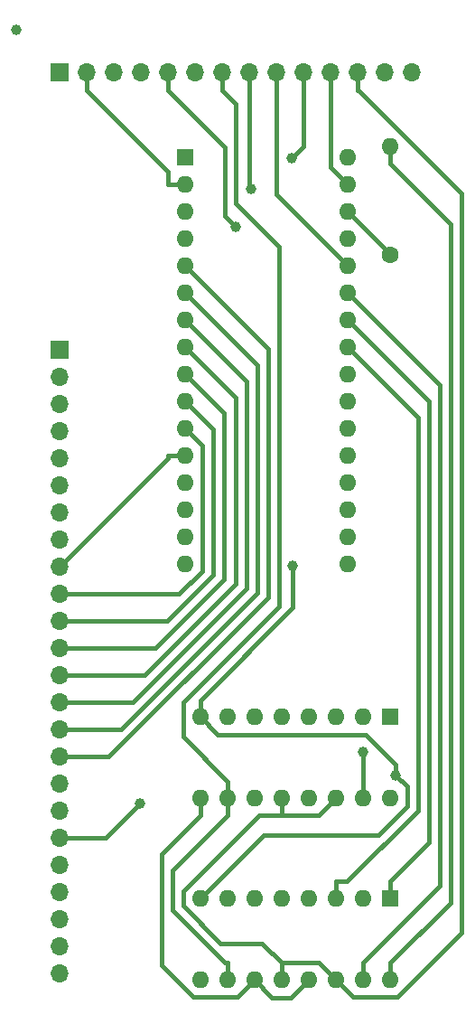
<source format=gbr>
%TF.GenerationSoftware,KiCad,Pcbnew,7.0.2*%
%TF.CreationDate,2023-06-04T09:28:40+01:00*%
%TF.ProjectId,IOCACHE-128K_ZXspectrum_impl_narrow,494f4341-4348-4452-9d31-32384b5f5a58,rev?*%
%TF.SameCoordinates,PX6cb8080PY3dfd240*%
%TF.FileFunction,Copper,L2,Bot*%
%TF.FilePolarity,Positive*%
%FSLAX46Y46*%
G04 Gerber Fmt 4.6, Leading zero omitted, Abs format (unit mm)*
G04 Created by KiCad (PCBNEW 7.0.2) date 2023-06-04 09:28:40*
%MOMM*%
%LPD*%
G01*
G04 APERTURE LIST*
%TA.AperFunction,ComponentPad*%
%ADD10R,1.700000X1.700000*%
%TD*%
%TA.AperFunction,ComponentPad*%
%ADD11O,1.700000X1.700000*%
%TD*%
%TA.AperFunction,ComponentPad*%
%ADD12R,1.600000X1.600000*%
%TD*%
%TA.AperFunction,ComponentPad*%
%ADD13O,1.600000X1.600000*%
%TD*%
%TA.AperFunction,ComponentPad*%
%ADD14C,1.600000*%
%TD*%
%TA.AperFunction,ViaPad*%
%ADD15C,1.000000*%
%TD*%
%TA.AperFunction,Conductor*%
%ADD16C,0.400000*%
%TD*%
G04 APERTURE END LIST*
D10*
%TO.P,J1,1,Pin_1*%
%TO.N,+5V*%
X4000000Y-4000000D03*
D11*
%TO.P,J1,2,Pin_2*%
%TO.N,/IOCACHE-128K_ZXspectrum/CACHE_CONTROL.A16*%
X6540000Y-4000000D03*
%TO.P,J1,3,Pin_3*%
%TO.N,/IOCACHE-128K_ZXspectrum/CACHE_CONTROL.WE*%
X9080000Y-4000000D03*
%TO.P,J1,4,Pin_4*%
%TO.N,/IOCACHE-128K_ZXspectrum/CACHE_CONTROL.OE*%
X11620000Y-4000000D03*
%TO.P,J1,5,Pin_5*%
%TO.N,/IOCACHE-128K_ZXspectrum/CACHE_CONTROL.CS*%
X14160000Y-4000000D03*
%TO.P,J1,6,Pin_6*%
%TO.N,/IOCACHE-128K_ZXspectrum/CACHE_CONTROL.DATASTATUS+PERM_Z80_IORQ*%
X16700000Y-4000000D03*
%TO.P,J1,7,Pin_7*%
%TO.N,/IOCACHE-128K_ZXspectrum/Z80_HARDLOCK*%
X19240000Y-4000000D03*
%TO.P,J1,8,Pin_8*%
%TO.N,/IOCACHE-128K_ZXspectrum/CACHE_SEL_0*%
X21780000Y-4000000D03*
%TO.P,J1,9,Pin_9*%
%TO.N,/IOCACHE-128K_ZXspectrum/CACHE_SEL_1*%
X24320000Y-4000000D03*
%TO.P,J1,10,Pin_10*%
%TO.N,/IOCACHE-128K_ZXspectrum/CACHE_SEL_2*%
X26860000Y-4000000D03*
%TO.P,J1,11,Pin_11*%
%TO.N,/IOCACHE-128K_ZXspectrum/CACHE_SEL_3*%
X29400000Y-4000000D03*
%TO.P,J1,12,Pin_12*%
%TO.N,/IOCACHE-128K_ZXspectrum/CACHE_DATASTATUS*%
X31940000Y-4000000D03*
%TO.P,J1,13,Pin_13*%
%TO.N,unconnected-(J1-Pin_13-Pad13)*%
X34480000Y-4000000D03*
%TO.P,J1,14,Pin_14*%
%TO.N,GND*%
X37020000Y-4000000D03*
%TD*%
D12*
%TO.P,IC1,1,Q1*%
%TO.N,/IOCACHE-128K_ZXspectrum/LOCAL_A1*%
X35000000Y-64380000D03*
D13*
%TO.P,IC1,2,Q2*%
%TO.N,/IOCACHE-128K_ZXspectrum/LOCAL_A2*%
X32460000Y-64380000D03*
%TO.P,IC1,3,Q3*%
%TO.N,/IOCACHE-128K_ZXspectrum/LOCAL_A3*%
X29920000Y-64380000D03*
%TO.P,IC1,4,Q4*%
%TO.N,/IOCACHE-128K_ZXspectrum/LOCAL_A4*%
X27380000Y-64380000D03*
%TO.P,IC1,5,Q5*%
%TO.N,/IOCACHE-128K_ZXspectrum/LOCAL_A5*%
X24840000Y-64380000D03*
%TO.P,IC1,6,Q6*%
%TO.N,/IOCACHE-128K_ZXspectrum/LOCAL_A6*%
X22300000Y-64380000D03*
%TO.P,IC1,7,Q7*%
%TO.N,/IOCACHE-128K_ZXspectrum/LOCAL_A7*%
X19760000Y-64380000D03*
%TO.P,IC1,8,GND*%
%TO.N,GND*%
X17220000Y-64380000D03*
%TO.P,IC1,9,~{RCO}*%
%TO.N,Net-(IC1-~{RCO})*%
X17220000Y-72000000D03*
%TO.P,IC1,10,~{MRC}*%
%TO.N,/IOCACHE-128K_ZXspectrum/Z80_HARDLOCK*%
X19760000Y-72000000D03*
%TO.P,IC1,11,CPC*%
%TO.N,/IOCACHE-128K_ZXspectrum/CACHE_CONTROL.DATASTATUS+PERM_Z80_IORQ*%
X22300000Y-72000000D03*
%TO.P,IC1,12,~{CE}*%
%TO.N,/IOCACHE-128K_ZXspectrum/CACHE_DATASTATUS*%
X24840000Y-72000000D03*
%TO.P,IC1,13,CPR*%
%TO.N,/IOCACHE-128K_ZXspectrum/CACHE_CONTROL.DATASTATUS+PERM_Z80_IORQ*%
X27380000Y-72000000D03*
%TO.P,IC1,14,~{OE}*%
%TO.N,/IOCACHE-128K_ZXspectrum/CACHE_DATASTATUS*%
X29920000Y-72000000D03*
%TO.P,IC1,15,Q0*%
%TO.N,/IOCACHE-128K_ZXspectrum/LOCAL_A0*%
X32460000Y-72000000D03*
%TO.P,IC1,16,VCC*%
%TO.N,+5V*%
X35000000Y-72000000D03*
%TD*%
D12*
%TO.P,IC2,1,Q1*%
%TO.N,/IOCACHE-128K_ZXspectrum/LOCAL_A9*%
X35000000Y-81380000D03*
D13*
%TO.P,IC2,2,Q2*%
%TO.N,/IOCACHE-128K_ZXspectrum/LOCAL_A10*%
X32460000Y-81380000D03*
%TO.P,IC2,3,Q3*%
%TO.N,/IOCACHE-128K_ZXspectrum/LOCAL_A11*%
X29920000Y-81380000D03*
%TO.P,IC2,4,Q4*%
%TO.N,unconnected-(IC2-Q4-Pad4)*%
X27380000Y-81380000D03*
%TO.P,IC2,5,Q5*%
%TO.N,unconnected-(IC2-Q5-Pad5)*%
X24840000Y-81380000D03*
%TO.P,IC2,6,Q6*%
%TO.N,unconnected-(IC2-Q6-Pad6)*%
X22300000Y-81380000D03*
%TO.P,IC2,7,Q7*%
%TO.N,unconnected-(IC2-Q7-Pad7)*%
X19760000Y-81380000D03*
%TO.P,IC2,8,GND*%
%TO.N,GND*%
X17220000Y-81380000D03*
%TO.P,IC2,9,~{RCO}*%
%TO.N,unconnected-(IC2-~{RCO}-Pad9)*%
X17220000Y-89000000D03*
%TO.P,IC2,10,~{MRC}*%
%TO.N,/IOCACHE-128K_ZXspectrum/Z80_HARDLOCK*%
X19760000Y-89000000D03*
%TO.P,IC2,11,CPC*%
%TO.N,Net-(IC1-~{RCO})*%
X22300000Y-89000000D03*
%TO.P,IC2,12,~{CE}*%
%TO.N,/IOCACHE-128K_ZXspectrum/CACHE_DATASTATUS*%
X24840000Y-89000000D03*
%TO.P,IC2,13,CPR*%
%TO.N,Net-(IC1-~{RCO})*%
X27380000Y-89000000D03*
%TO.P,IC2,14,~{OE}*%
%TO.N,/IOCACHE-128K_ZXspectrum/CACHE_DATASTATUS*%
X29920000Y-89000000D03*
%TO.P,IC2,15,Q0*%
%TO.N,/IOCACHE-128K_ZXspectrum/LOCAL_A8*%
X32460000Y-89000000D03*
%TO.P,IC2,16,VCC*%
%TO.N,+5V*%
X35000000Y-89000000D03*
%TD*%
D12*
%TO.P,CACHE1,1,NC*%
%TO.N,unconnected-(CACHE1-NC-Pad1)*%
X15760000Y-11900000D03*
D13*
%TO.P,CACHE1,2,A16*%
%TO.N,/IOCACHE-128K_ZXspectrum/CACHE_CONTROL.A16*%
X15760000Y-14440000D03*
%TO.P,CACHE1,3,A14*%
%TO.N,/IOCACHE-128K_ZXspectrum/CACHE_SEL_2*%
X15760000Y-16980000D03*
%TO.P,CACHE1,4,A12*%
%TO.N,/IOCACHE-128K_ZXspectrum/CACHE_SEL_0*%
X15760000Y-19520000D03*
%TO.P,CACHE1,5,A7*%
%TO.N,/IOCACHE-128K_ZXspectrum/LOCAL_A7*%
X15760000Y-22060000D03*
%TO.P,CACHE1,6,A6*%
%TO.N,/IOCACHE-128K_ZXspectrum/LOCAL_A6*%
X15760000Y-24600000D03*
%TO.P,CACHE1,7,A5*%
%TO.N,/IOCACHE-128K_ZXspectrum/LOCAL_A5*%
X15760000Y-27140000D03*
%TO.P,CACHE1,8,A4*%
%TO.N,/IOCACHE-128K_ZXspectrum/LOCAL_A4*%
X15760000Y-29680000D03*
%TO.P,CACHE1,9,A3*%
%TO.N,/IOCACHE-128K_ZXspectrum/LOCAL_A3*%
X15760000Y-32220000D03*
%TO.P,CACHE1,10,A2*%
%TO.N,/IOCACHE-128K_ZXspectrum/LOCAL_A2*%
X15760000Y-34760000D03*
%TO.P,CACHE1,11,A1*%
%TO.N,/IOCACHE-128K_ZXspectrum/LOCAL_A1*%
X15760000Y-37300000D03*
%TO.P,CACHE1,12,A0*%
%TO.N,/IOCACHE-128K_ZXspectrum/LOCAL_A0*%
X15760000Y-39840000D03*
%TO.P,CACHE1,13,DQ0*%
%TO.N,/IOCACHE-128K_ZXspectrum/LOCAL_D0*%
X15760000Y-42380000D03*
%TO.P,CACHE1,14,DQ1*%
%TO.N,/IOCACHE-128K_ZXspectrum/LOCAL_D1*%
X15760000Y-44920000D03*
%TO.P,CACHE1,15,DQ2*%
%TO.N,/IOCACHE-128K_ZXspectrum/LOCAL_D2*%
X15760000Y-47460000D03*
%TO.P,CACHE1,16,VSS*%
%TO.N,GND*%
X15760000Y-50000000D03*
%TO.P,CACHE1,17,DQ3*%
%TO.N,/IOCACHE-128K_ZXspectrum/LOCAL_D3*%
X31000000Y-50000000D03*
%TO.P,CACHE1,18,DQ4*%
%TO.N,/IOCACHE-128K_ZXspectrum/LOCAL_D4*%
X31000000Y-47460000D03*
%TO.P,CACHE1,19,DQ5*%
%TO.N,/IOCACHE-128K_ZXspectrum/LOCAL_D5*%
X31000000Y-44920000D03*
%TO.P,CACHE1,20,DQ6*%
%TO.N,/IOCACHE-128K_ZXspectrum/LOCAL_D6*%
X31000000Y-42380000D03*
%TO.P,CACHE1,21,DQ7*%
%TO.N,/IOCACHE-128K_ZXspectrum/LOCAL_D7*%
X31000000Y-39840000D03*
%TO.P,CACHE1,22,CE#*%
%TO.N,/IOCACHE-128K_ZXspectrum/CACHE_CONTROL.CS*%
X31000000Y-37300000D03*
%TO.P,CACHE1,23,A10*%
%TO.N,/IOCACHE-128K_ZXspectrum/LOCAL_A10*%
X31000000Y-34760000D03*
%TO.P,CACHE1,24,OE#*%
%TO.N,/IOCACHE-128K_ZXspectrum/CACHE_CONTROL.OE*%
X31000000Y-32220000D03*
%TO.P,CACHE1,25,A11*%
%TO.N,/IOCACHE-128K_ZXspectrum/LOCAL_A11*%
X31000000Y-29680000D03*
%TO.P,CACHE1,26,A9*%
%TO.N,/IOCACHE-128K_ZXspectrum/LOCAL_A9*%
X31000000Y-27140000D03*
%TO.P,CACHE1,27,A8*%
%TO.N,/IOCACHE-128K_ZXspectrum/LOCAL_A8*%
X31000000Y-24600000D03*
%TO.P,CACHE1,28,A13*%
%TO.N,/IOCACHE-128K_ZXspectrum/CACHE_SEL_1*%
X31000000Y-22060000D03*
%TO.P,CACHE1,29,WE#*%
%TO.N,/IOCACHE-128K_ZXspectrum/CACHE_CONTROL.WE*%
X31000000Y-19520000D03*
%TO.P,CACHE1,30,CE2#*%
%TO.N,/IOCACHE-128K_ZXspectrum/CACHE_CE2*%
X31000000Y-16980000D03*
%TO.P,CACHE1,31,A15*%
%TO.N,/IOCACHE-128K_ZXspectrum/CACHE_SEL_3*%
X31000000Y-14440000D03*
%TO.P,CACHE1,32,VCC*%
%TO.N,+5V*%
X31000000Y-11900000D03*
%TD*%
D14*
%TO.P,R1,1*%
%TO.N,/IOCACHE-128K_ZXspectrum/CACHE_CE2*%
X35000000Y-21080000D03*
D13*
%TO.P,R1,2*%
%TO.N,+5V*%
X35000000Y-10920000D03*
%TD*%
D10*
%TO.P,J2,1,Pin_1*%
%TO.N,/IOCACHE-128K_ZXspectrum/LOCAL_D0*%
X4000000Y-30000000D03*
D11*
%TO.P,J2,2,Pin_2*%
%TO.N,/IOCACHE-128K_ZXspectrum/LOCAL_D1*%
X4000000Y-32540000D03*
%TO.P,J2,3,Pin_3*%
%TO.N,/IOCACHE-128K_ZXspectrum/LOCAL_D2*%
X4000000Y-35080000D03*
%TO.P,J2,4,Pin_4*%
%TO.N,/IOCACHE-128K_ZXspectrum/LOCAL_D3*%
X4000000Y-37620000D03*
%TO.P,J2,5,Pin_5*%
%TO.N,/IOCACHE-128K_ZXspectrum/LOCAL_D4*%
X4000000Y-40160000D03*
%TO.P,J2,6,Pin_6*%
%TO.N,/IOCACHE-128K_ZXspectrum/LOCAL_D5*%
X4000000Y-42700000D03*
%TO.P,J2,7,Pin_7*%
%TO.N,/IOCACHE-128K_ZXspectrum/LOCAL_D6*%
X4000000Y-45240000D03*
%TO.P,J2,8,Pin_8*%
%TO.N,/IOCACHE-128K_ZXspectrum/LOCAL_D7*%
X4000000Y-47780000D03*
%TO.P,J2,9,Pin_9*%
%TO.N,/IOCACHE-128K_ZXspectrum/LOCAL_A0*%
X4000000Y-50320000D03*
%TO.P,J2,10,Pin_10*%
%TO.N,/IOCACHE-128K_ZXspectrum/LOCAL_A1*%
X4000000Y-52860000D03*
%TO.P,J2,11,Pin_11*%
%TO.N,/IOCACHE-128K_ZXspectrum/LOCAL_A2*%
X4000000Y-55400000D03*
%TO.P,J2,12,Pin_12*%
%TO.N,/IOCACHE-128K_ZXspectrum/LOCAL_A3*%
X4000000Y-57940000D03*
%TO.P,J2,13,Pin_13*%
%TO.N,/IOCACHE-128K_ZXspectrum/LOCAL_A4*%
X4000000Y-60480000D03*
%TO.P,J2,14,Pin_14*%
%TO.N,/IOCACHE-128K_ZXspectrum/LOCAL_A5*%
X4000000Y-63020000D03*
%TO.P,J2,15,Pin_15*%
%TO.N,/IOCACHE-128K_ZXspectrum/LOCAL_A6*%
X4000000Y-65560000D03*
%TO.P,J2,16,Pin_16*%
%TO.N,/IOCACHE-128K_ZXspectrum/LOCAL_A7*%
X4000000Y-68100000D03*
%TO.P,J2,17,Pin_17*%
%TO.N,/IOCACHE-128K_ZXspectrum/LOCAL_A8*%
X4000000Y-70640000D03*
%TO.P,J2,18,Pin_18*%
%TO.N,/IOCACHE-128K_ZXspectrum/LOCAL_A9*%
X4000000Y-73180000D03*
%TO.P,J2,19,Pin_19*%
%TO.N,/IOCACHE-128K_ZXspectrum/LOCAL_A10*%
X4000000Y-75720000D03*
%TO.P,J2,20,Pin_20*%
%TO.N,/IOCACHE-128K_ZXspectrum/LOCAL_A11*%
X4000000Y-78260000D03*
%TO.P,J2,21,Pin_21*%
%TO.N,/IOCACHE-128K_ZXspectrum/LOCAL_A12*%
X4000000Y-80800000D03*
%TO.P,J2,22,Pin_22*%
%TO.N,/IOCACHE-128K_ZXspectrum/LOCAL_A13*%
X4000000Y-83340000D03*
%TO.P,J2,23,Pin_23*%
%TO.N,/IOCACHE-128K_ZXspectrum/LOCAL_A14*%
X4000000Y-85880000D03*
%TO.P,J2,24,Pin_24*%
%TO.N,/IOCACHE-128K_ZXspectrum/LOCAL_A15*%
X4000000Y-88420000D03*
%TD*%
D15*
%TO.N,*%
X0Y0D03*
%TO.N,/IOCACHE-128K_ZXspectrum/CACHE_SEL_2*%
X25770000Y-12022000D03*
%TO.N,/IOCACHE-128K_ZXspectrum/CACHE_SEL_0*%
X21947200Y-14911700D03*
%TO.N,/IOCACHE-128K_ZXspectrum/LOCAL_A0*%
X32460000Y-67615400D03*
%TO.N,GND*%
X25892900Y-50227600D03*
X35542700Y-69836100D03*
%TO.N,/IOCACHE-128K_ZXspectrum/CACHE_CONTROL.CS*%
X20523800Y-18458900D03*
%TO.N,/IOCACHE-128K_ZXspectrum/LOCAL_A10*%
X11543900Y-72513000D03*
%TD*%
D16*
%TO.N,/IOCACHE-128K_ZXspectrum/CACHE_CONTROL.A16*%
X14159900Y-14440000D02*
X14159900Y-13270000D01*
X14159900Y-13270000D02*
X6540000Y-5650100D01*
X15760000Y-14440000D02*
X14159900Y-14440000D01*
X6540000Y-4000000D02*
X6540000Y-5650100D01*
%TO.N,/IOCACHE-128K_ZXspectrum/CACHE_SEL_2*%
X25770000Y-12022000D02*
X26860000Y-10932000D01*
X26860000Y-10932000D02*
X26860000Y-4000000D01*
%TO.N,/IOCACHE-128K_ZXspectrum/CACHE_SEL_0*%
X21780000Y-14744500D02*
X21947200Y-14911700D01*
X21780000Y-4000000D02*
X21780000Y-14744500D01*
%TO.N,/IOCACHE-128K_ZXspectrum/LOCAL_A7*%
X23565500Y-29865500D02*
X23565500Y-53165500D01*
X15760000Y-22060000D02*
X23565500Y-29865500D01*
X23565500Y-53165500D02*
X8631000Y-68100000D01*
X8631000Y-68100000D02*
X4000000Y-68100000D01*
%TO.N,/IOCACHE-128K_ZXspectrum/LOCAL_A6*%
X22565400Y-31405400D02*
X22565400Y-52751300D01*
X9756700Y-65560000D02*
X4000000Y-65560000D01*
X15760000Y-24600000D02*
X22565400Y-31405400D01*
X22565400Y-52751300D02*
X9756700Y-65560000D01*
%TO.N,/IOCACHE-128K_ZXspectrum/LOCAL_A5*%
X21565300Y-52337100D02*
X10882400Y-63020000D01*
X10882400Y-63020000D02*
X4000000Y-63020000D01*
X15760000Y-27140000D02*
X21565300Y-32945300D01*
X21565300Y-32945300D02*
X21565300Y-52337100D01*
%TO.N,/IOCACHE-128K_ZXspectrum/LOCAL_A4*%
X11969200Y-60480000D02*
X5650100Y-60480000D01*
X20513900Y-51935300D02*
X11969200Y-60480000D01*
X4000000Y-60480000D02*
X5650100Y-60480000D01*
X15760000Y-29680000D02*
X20513900Y-34433900D01*
X20513900Y-34433900D02*
X20513900Y-51935300D01*
%TO.N,/IOCACHE-128K_ZXspectrum/LOCAL_A3*%
X15760000Y-32220000D02*
X19452900Y-35912900D01*
X19452900Y-51507600D02*
X13020500Y-57940000D01*
X19452900Y-35912900D02*
X19452900Y-51507600D01*
X13020500Y-57940000D02*
X5650100Y-57940000D01*
X4000000Y-57940000D02*
X5650100Y-57940000D01*
%TO.N,/IOCACHE-128K_ZXspectrum/LOCAL_A2*%
X4000000Y-55400000D02*
X5650100Y-55400000D01*
X18428800Y-37428800D02*
X18428800Y-51080100D01*
X18428800Y-51080100D02*
X14108900Y-55400000D01*
X14108900Y-55400000D02*
X5650100Y-55400000D01*
X15760000Y-34760000D02*
X18428800Y-37428800D01*
%TO.N,/IOCACHE-128K_ZXspectrum/LOCAL_A1*%
X17383700Y-38923700D02*
X17383700Y-50680600D01*
X15760000Y-37300000D02*
X17383700Y-38923700D01*
X15204300Y-52860000D02*
X4000000Y-52860000D01*
X17383700Y-50680600D02*
X15204300Y-52860000D01*
%TO.N,/IOCACHE-128K_ZXspectrum/LOCAL_A0*%
X14159900Y-39840000D02*
X14159900Y-40160100D01*
X14159900Y-40160100D02*
X4000000Y-50320000D01*
X32460000Y-72000000D02*
X32460000Y-67615400D01*
X15760000Y-39840000D02*
X14159900Y-39840000D01*
%TO.N,GND*%
X25892900Y-54107000D02*
X17220000Y-62779900D01*
X35542700Y-68814900D02*
X32739300Y-66011500D01*
X36604700Y-70898100D02*
X35542700Y-69836100D01*
X32739300Y-66011500D02*
X18851500Y-66011500D01*
X18851500Y-66011500D02*
X17220000Y-64380000D01*
X35542700Y-69836100D02*
X35542700Y-68814900D01*
X17220000Y-64380000D02*
X17220000Y-62779900D01*
X36604700Y-72717300D02*
X36604700Y-70898100D01*
X25892900Y-50227600D02*
X25892900Y-54107000D01*
X17220000Y-81380000D02*
X23150000Y-75450000D01*
X23150000Y-75450000D02*
X33872000Y-75450000D01*
X33872000Y-75450000D02*
X36604700Y-72717300D01*
%TO.N,/IOCACHE-128K_ZXspectrum/CACHE_CONTROL.CS*%
X19523700Y-17458800D02*
X20523800Y-18458900D01*
X14160000Y-4000000D02*
X14160000Y-5650100D01*
X19523700Y-11013800D02*
X19523700Y-17458800D01*
X14160000Y-5650100D02*
X19523700Y-11013800D01*
%TO.N,/IOCACHE-128K_ZXspectrum/LOCAL_A10*%
X8336900Y-75720000D02*
X11543900Y-72513000D01*
X4000000Y-75720000D02*
X8336900Y-75720000D01*
%TO.N,/IOCACHE-128K_ZXspectrum/LOCAL_A11*%
X37625000Y-73135700D02*
X30980800Y-79779900D01*
X37625000Y-36305000D02*
X37625000Y-73135700D01*
X30980800Y-79779900D02*
X29920000Y-79779900D01*
X29920000Y-81380000D02*
X29920000Y-79779900D01*
X31000000Y-29680000D02*
X37625000Y-36305000D01*
%TO.N,/IOCACHE-128K_ZXspectrum/LOCAL_A9*%
X38645300Y-34785300D02*
X38645300Y-76134600D01*
X38645300Y-76134600D02*
X35000000Y-79779900D01*
X35000000Y-81380000D02*
X35000000Y-79779900D01*
X31000000Y-27140000D02*
X38645300Y-34785300D01*
%TO.N,/IOCACHE-128K_ZXspectrum/LOCAL_A8*%
X39651200Y-33251200D02*
X39651200Y-80208700D01*
X39651200Y-80208700D02*
X32460000Y-87399900D01*
X31000000Y-24600000D02*
X39651200Y-33251200D01*
X32460000Y-89000000D02*
X32460000Y-87399900D01*
%TO.N,/IOCACHE-128K_ZXspectrum/CACHE_SEL_1*%
X24320000Y-15380000D02*
X31000000Y-22060000D01*
X24320000Y-4000000D02*
X24320000Y-5650100D01*
X24320000Y-5650100D02*
X24320000Y-15380000D01*
%TO.N,/IOCACHE-128K_ZXspectrum/CACHE_CE2*%
X35000000Y-20980000D02*
X31000000Y-16980000D01*
X35000000Y-21080000D02*
X35000000Y-20980000D01*
%TO.N,/IOCACHE-128K_ZXspectrum/CACHE_SEL_3*%
X31000000Y-14440000D02*
X29399900Y-12839900D01*
X29399900Y-12839900D02*
X29399900Y-5650100D01*
X29400000Y-4000000D02*
X29400000Y-5650100D01*
X29399900Y-5650100D02*
X29400000Y-5650100D01*
%TO.N,+5V*%
X35000000Y-10920000D02*
X35000000Y-12520100D01*
X35000000Y-89000000D02*
X35000000Y-87399900D01*
X40653100Y-81746800D02*
X35000000Y-87399900D01*
X35000000Y-12520100D02*
X40653100Y-18173200D01*
X40653100Y-18173200D02*
X40653100Y-81746800D01*
%TO.N,Net-(IC1-~{RCO})*%
X13600000Y-87666700D02*
X13600000Y-77220100D01*
X23946000Y-90646000D02*
X22300000Y-89000000D01*
X27380000Y-89000000D02*
X25734000Y-90646000D01*
X13600000Y-77220100D02*
X17220000Y-73600100D01*
X22300000Y-89000000D02*
X20667800Y-90632200D01*
X16565500Y-90632200D02*
X13600000Y-87666700D01*
X20667800Y-90632200D02*
X16565500Y-90632200D01*
X17220000Y-72000000D02*
X17220000Y-73600100D01*
X25734000Y-90646000D02*
X23946000Y-90646000D01*
%TO.N,/IOCACHE-128K_ZXspectrum/Z80_HARDLOCK*%
X20523900Y-6934000D02*
X19240000Y-5650100D01*
X19760000Y-73600100D02*
X14619400Y-78740700D01*
X19760000Y-89000000D02*
X19760000Y-87399900D01*
X20523900Y-16268300D02*
X20523900Y-6934000D01*
X19760000Y-72000000D02*
X19760000Y-70399900D01*
X14619400Y-82479000D02*
X19540300Y-87399900D01*
X15595100Y-66235000D02*
X15595100Y-62990300D01*
X24565700Y-54019700D02*
X24565700Y-20310100D01*
X19240000Y-4000000D02*
X19240000Y-5650100D01*
X19540300Y-87399900D02*
X19760000Y-87399900D01*
X15595100Y-62990300D02*
X24565700Y-54019700D01*
X14619400Y-78740700D02*
X14619400Y-82479000D01*
X24565700Y-20310100D02*
X20523900Y-16268300D01*
X19760000Y-70399900D02*
X15595100Y-66235000D01*
X19760000Y-72000000D02*
X19760000Y-73600100D01*
%TO.N,/IOCACHE-128K_ZXspectrum/CACHE_DATASTATUS*%
X28319900Y-73600100D02*
X29920000Y-72000000D01*
X41717600Y-84579200D02*
X41717600Y-15342200D01*
X41717600Y-15342200D02*
X32025500Y-5650100D01*
X23019800Y-85579700D02*
X24840000Y-87399900D01*
X24840000Y-87399900D02*
X28319900Y-87399900D01*
X31521400Y-90601400D02*
X35695400Y-90601400D01*
X22697600Y-73600100D02*
X15619500Y-80678200D01*
X32025500Y-5650100D02*
X31940000Y-5650100D01*
X24840000Y-72000000D02*
X24840000Y-73600100D01*
X24840000Y-73600100D02*
X22697600Y-73600100D01*
X24840000Y-89000000D02*
X24840000Y-87399900D01*
X31940000Y-4000000D02*
X31940000Y-5650100D01*
X19136000Y-85579700D02*
X23019800Y-85579700D01*
X35695400Y-90601400D02*
X41717600Y-84579200D01*
X29920000Y-89000000D02*
X31521400Y-90601400D01*
X28319900Y-87399900D02*
X29920000Y-89000000D01*
X15619500Y-82063200D02*
X19136000Y-85579700D01*
X24840000Y-73600100D02*
X28319900Y-73600100D01*
X15619500Y-80678200D02*
X15619500Y-82063200D01*
%TD*%
M02*

</source>
